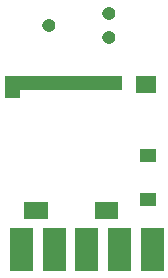
<source format=gbs>
G04 #@! TF.GenerationSoftware,KiCad,Pcbnew,(5.1.5)-3*
G04 #@! TF.CreationDate,2020-04-21T17:30:06+02:00*
G04 #@! TF.ProjectId,Wegard_Logger,57656761-7264-45f4-9c6f-676765722e6b,rev?*
G04 #@! TF.SameCoordinates,Original*
G04 #@! TF.FileFunction,Soldermask,Bot*
G04 #@! TF.FilePolarity,Negative*
%FSLAX46Y46*%
G04 Gerber Fmt 4.6, Leading zero omitted, Abs format (unit mm)*
G04 Created by KiCad (PCBNEW (5.1.5)-3) date 2020-04-21 17:30:06*
%MOMM*%
%LPD*%
G04 APERTURE LIST*
%ADD10C,0.100000*%
G04 APERTURE END LIST*
D10*
G36*
X152359733Y-117030800D02*
G01*
X150411067Y-117030800D01*
X150411067Y-113448800D01*
X152359733Y-113448800D01*
X152359733Y-117030800D01*
G37*
G36*
X144049733Y-117030800D02*
G01*
X142101067Y-117030800D01*
X142101067Y-113448800D01*
X144049733Y-113448800D01*
X144049733Y-117030800D01*
G37*
G36*
X146819733Y-117030800D02*
G01*
X144871067Y-117030800D01*
X144871067Y-113448800D01*
X146819733Y-113448800D01*
X146819733Y-117030800D01*
G37*
G36*
X149589733Y-117030800D02*
G01*
X147641067Y-117030800D01*
X147641067Y-113448800D01*
X149589733Y-113448800D01*
X149589733Y-117030800D01*
G37*
G36*
X155129733Y-117030800D02*
G01*
X153181067Y-117030800D01*
X153181067Y-113448800D01*
X155129733Y-113448800D01*
X155129733Y-117030800D01*
G37*
G36*
X145311000Y-112681000D02*
G01*
X143309000Y-112681000D01*
X143309000Y-111229000D01*
X145311000Y-111229000D01*
X145311000Y-112681000D01*
G37*
G36*
X151281000Y-112681000D02*
G01*
X149279000Y-112681000D01*
X149279000Y-111229000D01*
X151281000Y-111229000D01*
X151281000Y-112681000D01*
G37*
G36*
X154431000Y-111531000D02*
G01*
X153129000Y-111531000D01*
X153129000Y-110429000D01*
X154431000Y-110429000D01*
X154431000Y-111531000D01*
G37*
G36*
X154431000Y-107831000D02*
G01*
X153129000Y-107831000D01*
X153129000Y-106729000D01*
X154431000Y-106729000D01*
X154431000Y-107831000D01*
G37*
G36*
X151621000Y-101731000D02*
G01*
X143045999Y-101731000D01*
X143021613Y-101733402D01*
X142998164Y-101740515D01*
X142976553Y-101752066D01*
X142957611Y-101767611D01*
X142942066Y-101786553D01*
X142930515Y-101808164D01*
X142923402Y-101831613D01*
X142921000Y-101855999D01*
X142921000Y-102431000D01*
X141649000Y-102431000D01*
X141649000Y-100529000D01*
X151621000Y-100529000D01*
X151621000Y-101731000D01*
G37*
G36*
X154431000Y-101981000D02*
G01*
X152779000Y-101981000D01*
X152779000Y-100529000D01*
X154431000Y-100529000D01*
X154431000Y-101981000D01*
G37*
G36*
X150576178Y-96720797D02*
G01*
X150628950Y-96731294D01*
X150728370Y-96772475D01*
X150817846Y-96832261D01*
X150893939Y-96908354D01*
X150953725Y-96997830D01*
X150994906Y-97097250D01*
X151015900Y-97202794D01*
X151015900Y-97310406D01*
X150994906Y-97415950D01*
X150953725Y-97515370D01*
X150893939Y-97604846D01*
X150817846Y-97680939D01*
X150728370Y-97740725D01*
X150628950Y-97781906D01*
X150576178Y-97792403D01*
X150523407Y-97802900D01*
X150415793Y-97802900D01*
X150363022Y-97792403D01*
X150310250Y-97781906D01*
X150210830Y-97740725D01*
X150121354Y-97680939D01*
X150045261Y-97604846D01*
X149985475Y-97515370D01*
X149944294Y-97415950D01*
X149923300Y-97310406D01*
X149923300Y-97202794D01*
X149944294Y-97097250D01*
X149985475Y-96997830D01*
X150045261Y-96908354D01*
X150121354Y-96832261D01*
X150210830Y-96772475D01*
X150310250Y-96731294D01*
X150363022Y-96720797D01*
X150415793Y-96710300D01*
X150523407Y-96710300D01*
X150576178Y-96720797D01*
G37*
G36*
X145496178Y-95704797D02*
G01*
X145548950Y-95715294D01*
X145648370Y-95756475D01*
X145737846Y-95816261D01*
X145813939Y-95892354D01*
X145873725Y-95981830D01*
X145914906Y-96081250D01*
X145935900Y-96186794D01*
X145935900Y-96294406D01*
X145914906Y-96399950D01*
X145873725Y-96499370D01*
X145813939Y-96588846D01*
X145737846Y-96664939D01*
X145648370Y-96724725D01*
X145548950Y-96765906D01*
X145515925Y-96772475D01*
X145443407Y-96786900D01*
X145335793Y-96786900D01*
X145263275Y-96772475D01*
X145230250Y-96765906D01*
X145130830Y-96724725D01*
X145041354Y-96664939D01*
X144965261Y-96588846D01*
X144905475Y-96499370D01*
X144864294Y-96399950D01*
X144843300Y-96294406D01*
X144843300Y-96186794D01*
X144864294Y-96081250D01*
X144905475Y-95981830D01*
X144965261Y-95892354D01*
X145041354Y-95816261D01*
X145130830Y-95756475D01*
X145230250Y-95715294D01*
X145283022Y-95704797D01*
X145335793Y-95694300D01*
X145443407Y-95694300D01*
X145496178Y-95704797D01*
G37*
G36*
X150576178Y-94688797D02*
G01*
X150628950Y-94699294D01*
X150728370Y-94740475D01*
X150817846Y-94800261D01*
X150893939Y-94876354D01*
X150953725Y-94965830D01*
X150994906Y-95065250D01*
X151015900Y-95170794D01*
X151015900Y-95278406D01*
X150994906Y-95383950D01*
X150953725Y-95483370D01*
X150893939Y-95572846D01*
X150817846Y-95648939D01*
X150728370Y-95708725D01*
X150628950Y-95749906D01*
X150595925Y-95756475D01*
X150523407Y-95770900D01*
X150415793Y-95770900D01*
X150343275Y-95756475D01*
X150310250Y-95749906D01*
X150210830Y-95708725D01*
X150121354Y-95648939D01*
X150045261Y-95572846D01*
X149985475Y-95483370D01*
X149944294Y-95383950D01*
X149923300Y-95278406D01*
X149923300Y-95170794D01*
X149944294Y-95065250D01*
X149985475Y-94965830D01*
X150045261Y-94876354D01*
X150121354Y-94800261D01*
X150210830Y-94740475D01*
X150310250Y-94699294D01*
X150363022Y-94688797D01*
X150415793Y-94678300D01*
X150523407Y-94678300D01*
X150576178Y-94688797D01*
G37*
M02*

</source>
